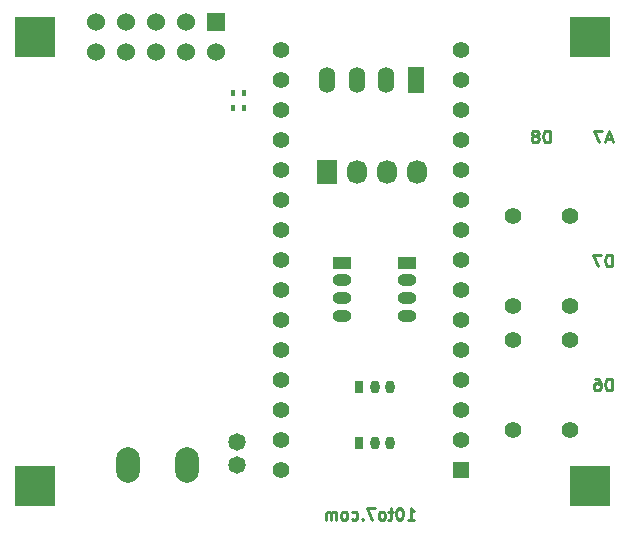
<source format=gbs>
%FSLAX34Y34*%
G04 Gerber Fmt 3.4, Leading zero omitted, Abs format*
G04 (created by PCBNEW (2014-03-19 BZR 4756)-product) date Sat 05 Jul 2014 22:34:08 BST*
%MOIN*%
G01*
G70*
G90*
G04 APERTURE LIST*
%ADD10C,0.005906*%
%ADD11C,0.009843*%
%ADD12R,0.015700X0.023600*%
%ADD13C,0.058300*%
%ADD14O,0.031496X0.043307*%
%ADD15R,0.031496X0.043307*%
%ADD16O,0.062992X0.039370*%
%ADD17R,0.062992X0.039370*%
%ADD18O,0.055118X0.086614*%
%ADD19R,0.055118X0.086614*%
%ADD20R,0.068000X0.080000*%
%ADD21O,0.068000X0.080000*%
%ADD22R,0.060000X0.060000*%
%ADD23C,0.060000*%
%ADD24C,0.055000*%
%ADD25R,0.055000X0.055000*%
%ADD26R,0.133900X0.133900*%
%ADD27O,0.078700X0.118700*%
G04 APERTURE END LIST*
G54D10*
G54D11*
X80576Y-48900D02*
X80801Y-48900D01*
X80689Y-48900D02*
X80689Y-48506D01*
X80726Y-48563D01*
X80764Y-48600D01*
X80801Y-48619D01*
X80333Y-48506D02*
X80295Y-48506D01*
X80258Y-48525D01*
X80239Y-48544D01*
X80220Y-48581D01*
X80202Y-48656D01*
X80202Y-48750D01*
X80220Y-48825D01*
X80239Y-48863D01*
X80258Y-48881D01*
X80295Y-48900D01*
X80333Y-48900D01*
X80370Y-48881D01*
X80389Y-48863D01*
X80408Y-48825D01*
X80426Y-48750D01*
X80426Y-48656D01*
X80408Y-48581D01*
X80389Y-48544D01*
X80370Y-48525D01*
X80333Y-48506D01*
X80089Y-48638D02*
X79939Y-48638D01*
X80033Y-48506D02*
X80033Y-48844D01*
X80014Y-48881D01*
X79977Y-48900D01*
X79939Y-48900D01*
X79752Y-48900D02*
X79789Y-48881D01*
X79808Y-48863D01*
X79827Y-48825D01*
X79827Y-48713D01*
X79808Y-48675D01*
X79789Y-48656D01*
X79752Y-48638D01*
X79695Y-48638D01*
X79658Y-48656D01*
X79639Y-48675D01*
X79620Y-48713D01*
X79620Y-48825D01*
X79639Y-48863D01*
X79658Y-48881D01*
X79695Y-48900D01*
X79752Y-48900D01*
X79489Y-48506D02*
X79227Y-48506D01*
X79395Y-48900D01*
X79077Y-48863D02*
X79058Y-48881D01*
X79077Y-48900D01*
X79095Y-48881D01*
X79077Y-48863D01*
X79077Y-48900D01*
X78720Y-48881D02*
X78758Y-48900D01*
X78833Y-48900D01*
X78870Y-48881D01*
X78889Y-48863D01*
X78908Y-48825D01*
X78908Y-48713D01*
X78889Y-48675D01*
X78870Y-48656D01*
X78833Y-48638D01*
X78758Y-48638D01*
X78720Y-48656D01*
X78495Y-48900D02*
X78533Y-48881D01*
X78552Y-48863D01*
X78570Y-48825D01*
X78570Y-48713D01*
X78552Y-48675D01*
X78533Y-48656D01*
X78495Y-48638D01*
X78439Y-48638D01*
X78402Y-48656D01*
X78383Y-48675D01*
X78364Y-48713D01*
X78364Y-48825D01*
X78383Y-48863D01*
X78402Y-48881D01*
X78439Y-48900D01*
X78495Y-48900D01*
X78196Y-48900D02*
X78196Y-48638D01*
X78196Y-48675D02*
X78177Y-48656D01*
X78139Y-48638D01*
X78083Y-48638D01*
X78046Y-48656D01*
X78027Y-48694D01*
X78027Y-48900D01*
X78027Y-48694D02*
X78008Y-48656D01*
X77971Y-48638D01*
X77914Y-48638D01*
X77877Y-48656D01*
X77858Y-48694D01*
X77858Y-48900D01*
X87377Y-36209D02*
X87190Y-36209D01*
X87415Y-36321D02*
X87283Y-35928D01*
X87152Y-36321D01*
X87058Y-35928D02*
X86796Y-35928D01*
X86965Y-36321D01*
X85320Y-36321D02*
X85320Y-35928D01*
X85226Y-35928D01*
X85170Y-35946D01*
X85132Y-35984D01*
X85113Y-36021D01*
X85095Y-36096D01*
X85095Y-36153D01*
X85113Y-36228D01*
X85132Y-36265D01*
X85170Y-36303D01*
X85226Y-36321D01*
X85320Y-36321D01*
X84870Y-36096D02*
X84907Y-36078D01*
X84926Y-36059D01*
X84945Y-36021D01*
X84945Y-36003D01*
X84926Y-35965D01*
X84907Y-35946D01*
X84870Y-35928D01*
X84795Y-35928D01*
X84757Y-35946D01*
X84738Y-35965D01*
X84720Y-36003D01*
X84720Y-36021D01*
X84738Y-36059D01*
X84757Y-36078D01*
X84795Y-36096D01*
X84870Y-36096D01*
X84907Y-36115D01*
X84926Y-36134D01*
X84945Y-36171D01*
X84945Y-36246D01*
X84926Y-36284D01*
X84907Y-36303D01*
X84870Y-36321D01*
X84795Y-36321D01*
X84757Y-36303D01*
X84738Y-36284D01*
X84720Y-36246D01*
X84720Y-36171D01*
X84738Y-36134D01*
X84757Y-36115D01*
X84795Y-36096D01*
X87387Y-40455D02*
X87387Y-40061D01*
X87293Y-40061D01*
X87237Y-40080D01*
X87199Y-40118D01*
X87180Y-40155D01*
X87162Y-40230D01*
X87162Y-40286D01*
X87180Y-40361D01*
X87199Y-40399D01*
X87237Y-40436D01*
X87293Y-40455D01*
X87387Y-40455D01*
X87030Y-40061D02*
X86768Y-40061D01*
X86937Y-40455D01*
X87387Y-44589D02*
X87387Y-44195D01*
X87293Y-44195D01*
X87237Y-44214D01*
X87199Y-44252D01*
X87180Y-44289D01*
X87162Y-44364D01*
X87162Y-44420D01*
X87180Y-44495D01*
X87199Y-44533D01*
X87237Y-44570D01*
X87293Y-44589D01*
X87387Y-44589D01*
X86824Y-44195D02*
X86899Y-44195D01*
X86937Y-44214D01*
X86955Y-44233D01*
X86993Y-44289D01*
X87012Y-44364D01*
X87012Y-44514D01*
X86993Y-44552D01*
X86974Y-44570D01*
X86937Y-44589D01*
X86862Y-44589D01*
X86824Y-44570D01*
X86805Y-44552D01*
X86787Y-44514D01*
X86787Y-44420D01*
X86805Y-44383D01*
X86824Y-44364D01*
X86862Y-44345D01*
X86937Y-44345D01*
X86974Y-44364D01*
X86993Y-44383D01*
X87012Y-44420D01*
G54D12*
X75129Y-34669D03*
X74775Y-34669D03*
X75129Y-35161D03*
X74775Y-35161D03*
G54D13*
X74883Y-47081D03*
X74883Y-46293D03*
G54D14*
X79480Y-44462D03*
X79992Y-44462D03*
G54D15*
X78968Y-44462D03*
G54D14*
X79480Y-46332D03*
X79992Y-46332D03*
G54D15*
X78968Y-46332D03*
G54D16*
X80562Y-40919D03*
X80562Y-41509D03*
G54D17*
X80562Y-40328D03*
G54D16*
X80562Y-42100D03*
X78397Y-40919D03*
X78397Y-41509D03*
G54D17*
X78397Y-40328D03*
G54D16*
X78397Y-42100D03*
G54D18*
X79873Y-34226D03*
X78889Y-34226D03*
G54D19*
X80857Y-34226D03*
G54D18*
X77905Y-34226D03*
G54D20*
X77881Y-37297D03*
G54D21*
X78881Y-37297D03*
X79881Y-37297D03*
X80881Y-37297D03*
G54D22*
X74196Y-32299D03*
G54D23*
X74196Y-33299D03*
X73196Y-32299D03*
X73196Y-33299D03*
X72196Y-32299D03*
X72196Y-33299D03*
X71196Y-32299D03*
X71196Y-33299D03*
X70196Y-32299D03*
X70196Y-33299D03*
G54D24*
X76370Y-33253D03*
X82370Y-34253D03*
X82370Y-35253D03*
X82370Y-36253D03*
X82370Y-37253D03*
X82370Y-38253D03*
X82370Y-39253D03*
X82370Y-40253D03*
X82370Y-41253D03*
X82370Y-42253D03*
X82370Y-43253D03*
X82370Y-44253D03*
X82370Y-45253D03*
X82370Y-46253D03*
G54D25*
X82370Y-47253D03*
G54D24*
X76370Y-47253D03*
X76370Y-46253D03*
X76370Y-45253D03*
X76370Y-44253D03*
X76370Y-43253D03*
X76370Y-42253D03*
X76370Y-41253D03*
X76370Y-40253D03*
X76370Y-39253D03*
X76370Y-38253D03*
X76370Y-37253D03*
X76370Y-36253D03*
X76370Y-35253D03*
X76370Y-34253D03*
X82370Y-33253D03*
X84086Y-38783D03*
X85976Y-38783D03*
X84086Y-41775D03*
X85976Y-41775D03*
X84086Y-42917D03*
X85976Y-42917D03*
X84086Y-45909D03*
X85976Y-45909D03*
G54D26*
X68161Y-32799D03*
X86665Y-32799D03*
X86665Y-47759D03*
X68161Y-47759D03*
G54D27*
X73210Y-47080D03*
X71242Y-47080D03*
M02*

</source>
